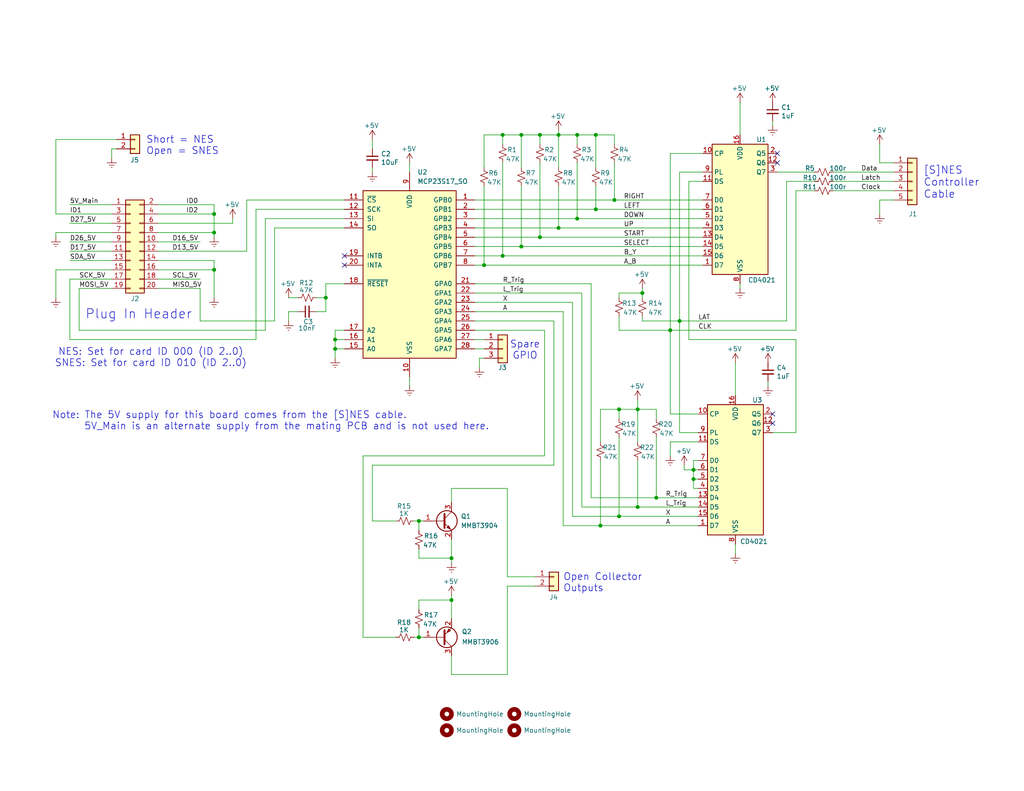
<source format=kicad_sch>
(kicad_sch (version 20250114) (generator "eeschema") (generator_version "9.0")
  (paper "A")
  (title_block (title "NES/SNES Control Interface") (date "2025-07-21") (rev "1") (company "Gadget Reboot") (comment 1 "https://www.youtube.com/gadgetreboot") (comment 2 "https://github.com/GadgetReboot/S_NES_Controller"))
  (lib_symbols
    (symbol "4xxx:4021"
      (property "Reference" "U" (at -5.08 19.05 0))
      (property "Value" "4021" (at 3.81 19.05 0))
      (symbol "4021_0_1"
        (rectangle (start -7.62 17.78) (end 7.62 -17.78) (stroke (width 0.254)) (fill (type background)))
      )
      (symbol "4021_1_1"
        (pin input line (at -10.16 15.24 0) (length 2.54) (name "CP") (number "10"))
        (pin input line (at -10.16 10.16 0) (length 2.54) (name "PL") (number "9"))
        (pin input line (at -10.16 7.62 0) (length 2.54) (name "DS") (number "11"))
        (pin input line (at -10.16 2.54 0) (length 2.54) (name "D0") (number "7"))
        (pin input line (at -10.16 0 0) (length 2.54) (name "D1") (number "6"))
        (pin input line (at -10.16 -2.54 0) (length 2.54) (name "D2") (number "5"))
        (pin input line (at -10.16 -5.08 0) (length 2.54) (name "D3") (number "4"))
        (pin input line (at -10.16 -7.62 0) (length 2.54) (name "D4") (number "13"))
        (pin input line (at -10.16 -10.16 0) (length 2.54) (name "D5") (number "14"))
        (pin input line (at -10.16 -12.7 0) (length 2.54) (name "D6") (number "15"))
        (pin input line (at -10.16 -15.24 0) (length 2.54) (name "D7") (number "1"))
        (pin power_in line (at 0 20.32 270) (length 2.54) (name "VDD") (number "16"))
        (pin power_in line (at 0 -20.32 90) (length 2.54) (name "VSS") (number "8"))
        (pin output line (at 10.16 15.24 180) (length 2.54) (name "Q5") (number "2"))
        (pin output line (at 10.16 12.7 180) (length 2.54) (name "Q6") (number "12"))
        (pin output line (at 10.16 10.16 180) (length 2.54) (name "Q7") (number "3"))
      )
    )
    (symbol "Connector_Generic:Conn_01x02" (pin_names (offset 1.016) (hide yes))
      (property "Reference" "J" (at 0 2.54 0))
      (property "Value" "Conn_01x02" (at 0 -5.08 0))
      (symbol "Conn_01x02_1_1"
        (rectangle (start -1.27 1.27) (end 1.27 -3.81) (stroke (width 0.254)) (fill (type background)))
        (rectangle (start -1.27 0.127) (end 0 -0.127) (stroke (width 0.1524)))
        (rectangle (start -1.27 -2.413) (end 0 -2.667) (stroke (width 0.1524)))
        (pin passive line (at -5.08 0 0) (length 3.81) (name "Pin_1") (number "1"))
        (pin passive line (at -5.08 -2.54 0) (length 3.81) (name "Pin_2") (number "2"))
      )
    )
    (symbol "Connector_Generic:Conn_01x03" (pin_names (offset 1.016) (hide yes))
      (property "Reference" "J" (at 0 5.08 0))
      (property "Value" "Conn_01x03" (at 0 -5.08 0))
      (symbol "Conn_01x03_1_1"
        (rectangle (start -1.27 3.81) (end 1.27 -3.81) (stroke (width 0.254)) (fill (type background)))
        (rectangle (start -1.27 2.667) (end 0 2.413) (stroke (width 0.1524)))
        (rectangle (start -1.27 0.127) (end 0 -0.127) (stroke (width 0.1524)))
        (rectangle (start -1.27 -2.413) (end 0 -2.667) (stroke (width 0.1524)))
        (pin passive line (at -5.08 2.54 0) (length 3.81) (name "Pin_1") (number "1"))
        (pin passive line (at -5.08 0 0) (length 3.81) (name "Pin_2") (number "2"))
        (pin passive line (at -5.08 -2.54 0) (length 3.81) (name "Pin_3") (number "3"))
      )
    )
    (symbol "Connector_Generic:Conn_01x05" (pin_names (offset 1.016) (hide yes))
      (property "Reference" "J" (at 0 7.62 0))
      (property "Value" "Conn_01x05" (at 0 -7.62 0))
      (symbol "Conn_01x05_1_1"
        (rectangle (start -1.27 6.35) (end 1.27 -6.35) (stroke (width 0.254)) (fill (type background)))
        (rectangle (start -1.27 5.207) (end 0 4.953) (stroke (width 0.1524)))
        (rectangle (start -1.27 2.667) (end 0 2.413) (stroke (width 0.1524)))
        (rectangle (start -1.27 0.127) (end 0 -0.127) (stroke (width 0.1524)))
        (rectangle (start -1.27 -2.413) (end 0 -2.667) (stroke (width 0.1524)))
        (rectangle (start -1.27 -4.953) (end 0 -5.207) (stroke (width 0.1524)))
        (pin passive line (at -5.08 5.08 0) (length 3.81) (name "Pin_1") (number "1"))
        (pin passive line (at -5.08 2.54 0) (length 3.81) (name "Pin_2") (number "2"))
        (pin passive line (at -5.08 0 0) (length 3.81) (name "Pin_3") (number "3"))
        (pin passive line (at -5.08 -2.54 0) (length 3.81) (name "Pin_4") (number "4"))
        (pin passive line (at -5.08 -5.08 0) (length 3.81) (name "Pin_5") (number "5"))
      )
    )
    (symbol "Connector_Generic:Conn_02x10_Odd_Even" (pin_names (offset 1.016) (hide yes))
      (property "Reference" "J" (at 1.27 12.7 0))
      (property "Value" "Conn_02x10_Odd_Even" (at 1.27 -15.24 0))
      (symbol "Conn_02x10_Odd_Even_1_1"
        (rectangle (start -1.27 11.43) (end 3.81 -13.97) (stroke (width 0.254)) (fill (type background)))
        (rectangle (start -1.27 10.287) (end 0 10.033) (stroke (width 0.1524)))
        (rectangle (start -1.27 7.747) (end 0 7.493) (stroke (width 0.1524)))
        (rectangle (start -1.27 5.207) (end 0 4.953) (stroke (width 0.1524)))
        (rectangle (start -1.27 2.667) (end 0 2.413) (stroke (width 0.1524)))
        (rectangle (start -1.27 0.127) (end 0 -0.127) (stroke (width 0.1524)))
        (rectangle (start -1.27 -2.413) (end 0 -2.667) (stroke (width 0.1524)))
        (rectangle (start -1.27 -4.953) (end 0 -5.207) (stroke (width 0.1524)))
        (rectangle (start -1.27 -7.493) (end 0 -7.747) (stroke (width 0.1524)))
        (rectangle (start -1.27 -10.033) (end 0 -10.287) (stroke (width 0.1524)))
        (rectangle (start -1.27 -12.573) (end 0 -12.827) (stroke (width 0.1524)))
        (rectangle (start 3.81 10.287) (end 2.54 10.033) (stroke (width 0.1524)))
        (rectangle (start 3.81 7.747) (end 2.54 7.493) (stroke (width 0.1524)))
        (rectangle (start 3.81 5.207) (end 2.54 4.953) (stroke (width 0.1524)))
        (rectangle (start 3.81 2.667) (end 2.54 2.413) (stroke (width 0.1524)))
        (rectangle (start 3.81 0.127) (end 2.54 -0.127) (stroke (width 0.1524)))
        (rectangle (start 3.81 -2.413) (end 2.54 -2.667) (stroke (width 0.1524)))
        (rectangle (start 3.81 -4.953) (end 2.54 -5.207) (stroke (width 0.1524)))
        (rectangle (start 3.81 -7.493) (end 2.54 -7.747) (stroke (width 0.1524)))
        (rectangle (start 3.81 -10.033) (end 2.54 -10.287) (stroke (width 0.1524)))
        (rectangle (start 3.81 -12.573) (end 2.54 -12.827) (stroke (width 0.1524)))
        (pin passive line (at -5.08 10.16 0) (length 3.81) (name "Pin_1") (number "1"))
        (pin passive line (at -5.08 7.62 0) (length 3.81) (name "Pin_3") (number "3"))
        (pin passive line (at -5.08 5.08 0) (length 3.81) (name "Pin_5") (number "5"))
        (pin passive line (at -5.08 2.54 0) (length 3.81) (name "Pin_7") (number "7"))
        (pin passive line (at -5.08 0 0) (length 3.81) (name "Pin_9") (number "9"))
        (pin passive line (at -5.08 -2.54 0) (length 3.81) (name "Pin_11") (number "11"))
        (pin passive line (at -5.08 -5.08 0) (length 3.81) (name "Pin_13") (number "13"))
        (pin passive line (at -5.08 -7.62 0) (length 3.81) (name "Pin_15") (number "15"))
        (pin passive line (at -5.08 -10.16 0) (length 3.81) (name "Pin_17") (number "17"))
        (pin passive line (at -5.08 -12.7 0) (length 3.81) (name "Pin_19") (number "19"))
        (pin passive line (at 7.62 10.16 180) (length 3.81) (name "Pin_2") (number "2"))
        (pin passive line (at 7.62 7.62 180) (length 3.81) (name "Pin_4") (number "4"))
        (pin passive line (at 7.62 5.08 180) (length 3.81) (name "Pin_6") (number "6"))
        (pin passive line (at 7.62 2.54 180) (length 3.81) (name "Pin_8") (number "8"))
        (pin passive line (at 7.62 0 180) (length 3.81) (name "Pin_10") (number "10"))
        (pin passive line (at 7.62 -2.54 180) (length 3.81) (name "Pin_12") (number "12"))
        (pin passive line (at 7.62 -5.08 180) (length 3.81) (name "Pin_14") (number "14"))
        (pin passive line (at 7.62 -7.62 180) (length 3.81) (name "Pin_16") (number "16"))
        (pin passive line (at 7.62 -10.16 180) (length 3.81) (name "Pin_18") (number "18"))
        (pin passive line (at 7.62 -12.7 180) (length 3.81) (name "Pin_20") (number "20"))
      )
    )
    (symbol "Device:C_Small" (pin_numbers (hide yes)) (pin_names (offset 0.254) (hide yes))
      (property "Reference" "C" (at 0.254 1.778 0))
      (property "Value" "C_Small" (at 0.254 -2.032 0))
      (symbol "C_Small_0_1"
        (polyline (pts (xy -1.524 0.508) (xy 1.524 0.508)) (stroke (width 0.3048)))
        (polyline (pts (xy -1.524 -0.508) (xy 1.524 -0.508)) (stroke (width 0.3302)))
      )
      (symbol "C_Small_1_1"
        (pin passive line (at 0 2.54 270) (length 2.032) (name "~") (number "1"))
        (pin passive line (at 0 -2.54 90) (length 2.032) (name "~") (number "2"))
      )
    )
    (symbol "Device:R_Small_US" (pin_numbers (hide yes)) (pin_names (offset 0.254) (hide yes))
      (property "Reference" "R" (at 0.762 0.508 0))
      (property "Value" "R_Small_US" (at 0.762 -1.016 0))
      (symbol "R_Small_US_1_1"
        (polyline (pts (xy 0 1.524) (xy 1.016 1.143) (xy 0 0.762) (xy -1.016 0.381) (xy 0 0)))
        (polyline (pts (xy 0 0) (xy 1.016 -0.381) (xy 0 -0.762) (xy -1.016 -1.143) (xy 0 -1.524)))
        (pin passive line (at 0 2.54 270) (length 1.016) (name "~") (number "1"))
        (pin passive line (at 0 -2.54 90) (length 1.016) (name "~") (number "2"))
      )
    )
    (symbol "GR_PT8211_Breakout-rescue:GNDREF-power" (power) (pin_names (offset 0))
      (property "Value" "power_GNDREF" (at 0 -3.81 0))
      (symbol "GNDREF-power_0_1"
        (polyline (pts (xy -0.635 -1.905) (xy 0.635 -1.905)))
        (polyline (pts (xy -0.127 -2.54) (xy 0.127 -2.54)))
        (polyline (pts (xy 0 -1.27) (xy 0 0)))
        (polyline (pts (xy 1.27 -1.27) (xy -1.27 -1.27)))
      )
      (symbol "GNDREF-power_1_1"
        (pin power_in line (at 0 0 270) (length 0) (hide yes) (name "GNDREF") (number "1"))
      )
    )
    (symbol "Interface_Expansion:MCP23S17_SO" (pin_names (offset 1.016))
      (property "Reference" "U" (at -11.43 24.13 0))
      (property "Value" "MCP23S17_SO" (at 0 0 0))
      (symbol "MCP23S17_SO_0_1"
        (rectangle (start -12.7 22.86) (end 12.7 -22.86) (stroke (width 0.254)) (fill (type background)))
      )
      (symbol "MCP23S17_SO_1_1"
        (pin input line (at -17.78 20.32 0) (length 5.08) (name "~{CS}") (number "11"))
        (pin input line (at -17.78 17.78 0) (length 5.08) (name "SCK") (number "12"))
        (pin input line (at -17.78 15.24 0) (length 5.08) (name "SI") (number "13"))
        (pin output line (at -17.78 12.7 0) (length 5.08) (name "SO") (number "14"))
        (pin tri_state line (at -17.78 5.08 0) (length 5.08) (name "INTB") (number "19"))
        (pin tri_state line (at -17.78 2.54 0) (length 5.08) (name "INTA") (number "20"))
        (pin input line (at -17.78 -2.54 0) (length 5.08) (name "~{RESET}") (number "18"))
        (pin input line (at -17.78 -15.24 0) (length 5.08) (name "A2") (number "17"))
        (pin input line (at -17.78 -17.78 0) (length 5.08) (name "A1") (number "16"))
        (pin input line (at -17.78 -20.32 0) (length 5.08) (name "A0") (number "15"))
        (pin power_in line (at 0 27.94 270) (length 5.08) (name "VDD") (number "9"))
        (pin power_in line (at 0 -27.94 90) (length 5.08) (name "VSS") (number "10"))
        (pin bidirectional line (at 17.78 20.32 180) (length 5.08) (name "GPB0") (number "1"))
        (pin bidirectional line (at 17.78 17.78 180) (length 5.08) (name "GPB1") (number "2"))
        (pin bidirectional line (at 17.78 15.24 180) (length 5.08) (name "GPB2") (number "3"))
        (pin bidirectional line (at 17.78 12.7 180) (length 5.08) (name "GPB3") (number "4"))
        (pin bidirectional line (at 17.78 10.16 180) (length 5.08) (name "GPB4") (number "5"))
        (pin bidirectional line (at 17.78 7.62 180) (length 5.08) (name "GPB5") (number "6"))
        (pin bidirectional line (at 17.78 5.08 180) (length 5.08) (name "GPB6") (number "7"))
        (pin bidirectional line (at 17.78 2.54 180) (length 5.08) (name "GPB7") (number "8"))
        (pin bidirectional line (at 17.78 -2.54 180) (length 5.08) (name "GPA0") (number "21"))
        (pin bidirectional line (at 17.78 -5.08 180) (length 5.08) (name "GPA1") (number "22"))
        (pin bidirectional line (at 17.78 -7.62 180) (length 5.08) (name "GPA2") (number "23"))
        (pin bidirectional line (at 17.78 -10.16 180) (length 5.08) (name "GPA3") (number "24"))
        (pin bidirectional line (at 17.78 -12.7 180) (length 5.08) (name "GPA4") (number "25"))
        (pin bidirectional line (at 17.78 -15.24 180) (length 5.08) (name "GPA5") (number "26"))
        (pin bidirectional line (at 17.78 -17.78 180) (length 5.08) (name "GPA6") (number "27"))
        (pin bidirectional line (at 17.78 -20.32 180) (length 5.08) (name "GPA7") (number "28"))
      )
    )
    (symbol "Mechanical:MountingHole" (pin_names (offset 1.016)) (exclude_from_sim yes) (in_bom no)
      (property "Reference" "H" (at 0 5.08 0))
      (property "Value" "MountingHole" (at 0 3.175 0))
      (symbol "MountingHole_0_1"
        (circle (center 0 0) (radius 1.27) (stroke (width 1.27)))
      )
    )
    (symbol "Transistor_BJT:MMBT3904" (pin_names (offset 0) (hide yes))
      (property "Reference" "Q" (at 5.08 1.905 0))
      (property "Value" "MMBT3904" (at 5.08 0 0))
      (symbol "MMBT3904_0_1"
        (polyline (pts (xy -2.54 0) (xy 0.635 0)))
        (polyline (pts (xy 0.635 1.905) (xy 0.635 -1.905)) (stroke (width 0.508)))
        (circle (center 1.27 0) (radius 2.8194) (stroke (width 0.254)))
      )
      (symbol "MMBT3904_1_1"
        (polyline (pts (xy 0.635 0.635) (xy 2.54 2.54)))
        (polyline (pts (xy 0.635 -0.635) (xy 2.54 -2.54)))
        (polyline (pts (xy 1.27 -1.778) (xy 1.778 -1.27) (xy 2.286 -2.286) (xy 1.27 -1.778)) (fill (type outline)))
        (pin input line (at -5.08 0 0) (length 2.54) (name "B") (number "1"))
        (pin passive line (at 2.54 5.08 270) (length 2.54) (name "C") (number "3"))
        (pin passive line (at 2.54 -5.08 90) (length 2.54) (name "E") (number "2"))
      )
    )
    (symbol "Transistor_BJT:MMBT3906" (pin_names (offset 0) (hide yes))
      (property "Reference" "Q" (at 5.08 1.905 0))
      (property "Value" "MMBT3906" (at 5.08 0 0))
      (symbol "MMBT3906_0_1"
        (polyline (pts (xy -2.54 0) (xy 0.635 0)))
        (polyline (pts (xy 0.635 1.905) (xy 0.635 -1.905)) (stroke (width 0.508)))
        (polyline (pts (xy 0.635 0.635) (xy 2.54 2.54)))
        (polyline (pts (xy 0.635 -0.635) (xy 2.54 -2.54)))
        (circle (center 1.27 0) (radius 2.8194) (stroke (width 0.254)))
        (polyline (pts (xy 2.286 -1.778) (xy 1.778 -2.286) (xy 1.27 -1.27) (xy 2.286 -1.778)) (fill (type outline)))
      )
      (symbol "MMBT3906_1_1"
        (pin input line (at -5.08 0 0) (length 2.54) (name "B") (number "1"))
        (pin passive line (at 2.54 5.08 270) (length 2.54) (name "C") (number "3"))
        (pin passive line (at 2.54 -5.08 90) (length 2.54) (name "E") (number "2"))
      )
    )
    (symbol "power:+5V" (power) (pin_numbers (hide yes)) (pin_names (offset 0) (hide yes))
      (property "Value" "+5V" (at 0 3.556 0))
      (symbol "+5V_0_1"
        (polyline (pts (xy -0.762 1.27) (xy 0 2.54)))
        (polyline (pts (xy 0 2.54) (xy 0.762 1.27)))
        (polyline (pts (xy 0 0) (xy 0 2.54)))
      )
      (symbol "+5V_1_1"
        (pin power_in line (at 0 0 90) (length 0) (name "~") (number "1"))
      )
    )
  )
  (text "Spare\nGPIO" (at 143.256 98.298 0) (effects (font (size 1.905 1.905)) (justify bottom)))
  (text "Open Collector\nOutputs" (at 153.67 161.798 0) (effects (font (size 1.905 1.905)) (justify left bottom)))
  (text "[S]NES\nController\nCable" (at 251.968 54.356 0) (effects (font (size 2.032 2.032)) (justify left bottom)))
  (text "NES: Set for card ID 000 (ID 2..0)\nSNES: Set for card ID 010 (ID 2..0)" (at 41.148 100.33 0) (effects (font (size 1.905 1.905)) (justify bottom)))
  (text "Short = NES\nOpen = SNES" (at 39.878 42.418 0) (effects (font (size 1.905 1.905)) (justify left bottom)))
  (text "Plug In Header" (at 37.846 87.376 0) (effects (font (size 2.54 2.54)) (justify bottom)))
  (text "Note: The 5V supply for this board comes from the [S]NES cable.\n      5V_Main is an alternate supply from the mating PCB and is not used here." (at 14.224 117.602 0) (effects (font (size 1.905 1.905)) (justify left bottom)))
  (junction (at 137.16 36.83))
  (junction (at 123.19 152.4))
  (junction (at 157.48 36.83))
  (junction (at 163.83 143.51))
  (junction (at 147.32 36.83))
  (junction (at 114.3 142.24))
  (junction (at 58.42 73.66))
  (junction (at 162.56 36.83))
  (junction (at 185.42 87.63))
  (junction (at 91.44 92.71))
  (junction (at 142.24 67.31))
  (junction (at 123.19 163.83))
  (junction (at 114.3 173.99))
  (junction (at 162.56 57.15))
  (junction (at 175.26 80.01))
  (junction (at 88.9 81.28))
  (junction (at 152.4 36.83))
  (junction (at 132.08 72.39))
  (junction (at 168.91 140.97))
  (junction (at 147.32 64.77))
  (junction (at 157.48 59.69))
  (junction (at 142.24 36.83))
  (junction (at 137.16 69.85))
  (junction (at 91.44 95.25))
  (junction (at 189.23 130.81))
  (junction (at 168.91 111.76))
  (junction (at 179.07 135.89))
  (junction (at 58.42 63.5))
  (junction (at 182.88 90.17))
  (junction (at 167.64 54.61))
  (junction (at 189.23 128.27))
  (junction (at 173.99 138.43))
  (junction (at 173.99 111.76))
  (junction (at 152.4 62.23))
  (junction (at 58.42 58.42))
  (no_connect (at 210.82 115.57))
  (no_connect (at 212.09 44.45))
  (no_connect (at 210.82 113.03))
  (no_connect (at 93.98 72.39))
  (no_connect (at 212.09 41.91))
  (no_connect (at 93.98 69.85))
  (wire (pts (xy 21.59 78.74) (xy 30.48 78.74)))
  (wire (pts (xy 227.33 49.53) (xy 243.84 49.53)))
  (wire (pts (xy 19.05 92.71) (xy 19.05 76.2)))
  (wire (pts (xy 123.19 147.32) (xy 123.19 152.4)))
  (wire (pts (xy 217.17 118.11) (xy 210.82 118.11)))
  (wire (pts (xy 162.56 50.8) (xy 162.56 57.15)))
  (wire (pts (xy 227.33 52.07) (xy 243.84 52.07)))
  (wire (pts (xy 222.25 52.07) (xy 217.17 52.07)))
  (wire (pts (xy 153.67 143.51) (xy 153.67 85.09)))
  (wire (pts (xy 67.31 54.61) (xy 67.31 68.58)))
  (wire (pts (xy 111.76 102.87) (xy 111.76 105.41)))
  (wire (pts (xy 227.33 46.99) (xy 243.84 46.99)))
  (wire (pts (xy 58.42 71.12) (xy 58.42 73.66)))
  (wire (pts (xy 19.05 71.12) (xy 30.48 71.12)))
  (wire (pts (xy 54.61 78.74) (xy 54.61 87.63)))
  (wire (pts (xy 217.17 92.71) (xy 217.17 118.11)))
  (wire (pts (xy 54.61 87.63) (xy 74.93 87.63)))
  (wire (pts (xy 157.48 44.45) (xy 157.48 59.69)))
  (wire (pts (xy 58.42 63.5) (xy 58.42 64.77)))
  (wire (pts (xy 148.59 124.46) (xy 99.06 124.46)))
  (wire (pts (xy 146.05 157.48) (xy 138.43 157.48)))
  (wire (pts (xy 129.54 57.15) (xy 162.56 57.15)))
  (wire (pts (xy 43.18 68.58) (xy 67.31 68.58)))
  (wire (pts (xy 152.4 62.23) (xy 129.54 62.23)))
  (wire (pts (xy 179.07 119.38) (xy 179.07 135.89)))
  (wire (pts (xy 130.81 97.79) (xy 130.81 100.33)))
  (wire (pts (xy 185.42 46.99) (xy 191.77 46.99)))
  (wire (pts (xy 201.93 77.47) (xy 201.93 78.74)))
  (wire (pts (xy 15.24 58.42) (xy 30.48 58.42)))
  (wire (pts (xy 138.43 160.02) (xy 138.43 184.15)))
  (wire (pts (xy 91.44 92.71) (xy 93.98 92.71)))
  (wire (pts (xy 182.88 120.65) (xy 182.88 124.46)))
  (wire (pts (xy 43.18 76.2) (xy 54.61 76.2)))
  (wire (pts (xy 91.44 95.25) (xy 91.44 97.79)))
  (wire (pts (xy 152.4 35.56) (xy 152.4 36.83)))
  (wire (pts (xy 19.05 68.58) (xy 30.48 68.58)))
  (wire (pts (xy 15.24 73.66) (xy 30.48 73.66)))
  (wire (pts (xy 179.07 135.89) (xy 190.5 135.89)))
  (wire (pts (xy 173.99 109.22) (xy 173.99 111.76)))
  (wire (pts (xy 91.44 90.17) (xy 91.44 92.71)))
  (wire (pts (xy 175.26 78.74) (xy 175.26 80.01)))
  (wire (pts (xy 137.16 69.85) (xy 129.54 69.85)))
  (wire (pts (xy 138.43 184.15) (xy 123.19 184.15)))
  (wire (pts (xy 137.16 44.45) (xy 137.16 69.85)))
  (wire (pts (xy 186.69 127) (xy 186.69 128.27)))
  (wire (pts (xy 214.63 49.53) (xy 214.63 87.63)))
  (wire (pts (xy 152.4 50.8) (xy 152.4 62.23)))
  (wire (pts (xy 132.08 95.25) (xy 129.54 95.25)))
  (wire (pts (xy 153.67 143.51) (xy 163.83 143.51)))
  (wire (pts (xy 132.08 92.71) (xy 129.54 92.71)))
  (wire (pts (xy 86.36 81.28) (xy 88.9 81.28)))
  (wire (pts (xy 182.88 90.17) (xy 182.88 113.03)))
  (wire (pts (xy 123.19 163.83) (xy 114.3 163.83)))
  (wire (pts (xy 147.32 44.45) (xy 147.32 64.77)))
  (wire (pts (xy 168.91 111.76) (xy 168.91 114.3)))
  (wire (pts (xy 168.91 111.76) (xy 173.99 111.76)))
  (wire (pts (xy 114.3 163.83) (xy 114.3 166.37)))
  (wire (pts (xy 217.17 52.07) (xy 217.17 90.17)))
  (wire (pts (xy 129.54 80.01) (xy 158.75 80.01)))
  (wire (pts (xy 157.48 39.37) (xy 157.48 36.83)))
  (wire (pts (xy 99.06 124.46) (xy 99.06 173.99)))
  (wire (pts (xy 129.54 72.39) (xy 132.08 72.39)))
  (wire (pts (xy 152.4 62.23) (xy 191.77 62.23)))
  (wire (pts (xy 185.42 87.63) (xy 185.42 118.11)))
  (wire (pts (xy 43.18 63.5) (xy 58.42 63.5)))
  (wire (pts (xy 201.93 27.94) (xy 201.93 36.83)))
  (wire (pts (xy 156.21 82.55) (xy 156.21 140.97)))
  (wire (pts (xy 137.16 69.85) (xy 191.77 69.85)))
  (wire (pts (xy 168.91 81.28) (xy 168.91 80.01)))
  (wire (pts (xy 151.13 87.63) (xy 151.13 127)))
  (wire (pts (xy 123.19 168.91) (xy 123.19 163.83)))
  (wire (pts (xy 163.83 143.51) (xy 190.5 143.51)))
  (wire (pts (xy 19.05 55.88) (xy 30.48 55.88)))
  (wire (pts (xy 81.28 85.09) (xy 78.74 85.09)))
  (wire (pts (xy 123.19 152.4) (xy 123.19 153.67)))
  (wire (pts (xy 74.93 62.23) (xy 93.98 62.23)))
  (wire (pts (xy 129.54 82.55) (xy 156.21 82.55)))
  (wire (pts (xy 132.08 72.39) (xy 191.77 72.39)))
  (wire (pts (xy 179.07 111.76) (xy 179.07 114.3)))
  (wire (pts (xy 114.3 173.99) (xy 115.57 173.99)))
  (wire (pts (xy 168.91 86.36) (xy 168.91 90.17)))
  (wire (pts (xy 78.74 81.28) (xy 81.28 81.28)))
  (wire (pts (xy 146.05 160.02) (xy 138.43 160.02)))
  (wire (pts (xy 173.99 138.43) (xy 190.5 138.43)))
  (wire (pts (xy 147.32 36.83) (xy 152.4 36.83)))
  (wire (pts (xy 182.88 41.91) (xy 191.77 41.91)))
  (wire (pts (xy 99.06 173.99) (xy 107.95 173.99)))
  (wire (pts (xy 217.17 90.17) (xy 182.88 90.17)))
  (wire (pts (xy 175.26 87.63) (xy 185.42 87.63)))
  (wire (pts (xy 191.77 49.53) (xy 187.96 49.53)))
  (wire (pts (xy 30.48 40.64) (xy 31.75 40.64)))
  (wire (pts (xy 189.23 130.81) (xy 189.23 133.35)))
  (wire (pts (xy 132.08 97.79) (xy 130.81 97.79)))
  (wire (pts (xy 243.84 54.61) (xy 240.03 54.61)))
  (wire (pts (xy 86.36 85.09) (xy 88.9 85.09)))
  (wire (pts (xy 21.59 90.17) (xy 21.59 78.74)))
  (wire (pts (xy 114.3 152.4) (xy 123.19 152.4)))
  (wire (pts (xy 167.64 36.83) (xy 162.56 36.83)))
  (wire (pts (xy 78.74 85.09) (xy 78.74 87.63)))
  (wire (pts (xy 91.44 95.25) (xy 93.98 95.25)))
  (wire (pts (xy 209.55 105.41) (xy 209.55 104.14)))
  (wire (pts (xy 113.03 173.99) (xy 114.3 173.99)))
  (wire (pts (xy 163.83 111.76) (xy 168.91 111.76)))
  (wire (pts (xy 158.75 138.43) (xy 173.99 138.43)))
  (wire (pts (xy 137.16 36.83) (xy 137.16 39.37)))
  (wire (pts (xy 210.82 34.29) (xy 210.82 33.02)))
  (wire (pts (xy 142.24 50.8) (xy 142.24 67.31)))
  (wire (pts (xy 123.19 133.35) (xy 123.19 137.16)))
  (wire (pts (xy 101.6 46.99) (xy 101.6 45.72)))
  (wire (pts (xy 189.23 130.81) (xy 190.5 130.81)))
  (wire (pts (xy 74.93 87.63) (xy 74.93 62.23)))
  (wire (pts (xy 163.83 125.73) (xy 163.83 143.51)))
  (wire (pts (xy 157.48 36.83) (xy 152.4 36.83)))
  (wire (pts (xy 173.99 125.73) (xy 173.99 138.43)))
  (wire (pts (xy 175.26 80.01) (xy 175.26 81.28)))
  (wire (pts (xy 114.3 142.24) (xy 115.57 142.24)))
  (wire (pts (xy 15.24 63.5) (xy 15.24 64.77)))
  (wire (pts (xy 114.3 171.45) (xy 114.3 173.99)))
  (wire (pts (xy 240.03 39.37) (xy 240.03 44.45)))
  (wire (pts (xy 142.24 36.83) (xy 147.32 36.83)))
  (wire (pts (xy 91.44 92.71) (xy 91.44 95.25)))
  (wire (pts (xy 182.88 120.65) (xy 190.5 120.65)))
  (wire (pts (xy 129.54 85.09) (xy 153.67 85.09)))
  (wire (pts (xy 142.24 67.31) (xy 191.77 67.31)))
  (wire (pts (xy 148.59 90.17) (xy 148.59 124.46)))
  (wire (pts (xy 19.05 76.2) (xy 30.48 76.2)))
  (wire (pts (xy 123.19 184.15) (xy 123.19 179.07)))
  (wire (pts (xy 222.25 49.53) (xy 214.63 49.53)))
  (wire (pts (xy 182.88 41.91) (xy 182.88 90.17)))
  (wire (pts (xy 189.23 125.73) (xy 189.23 128.27)))
  (wire (pts (xy 186.69 128.27) (xy 189.23 128.27)))
  (wire (pts (xy 167.64 44.45) (xy 167.64 54.61)))
  (wire (pts (xy 15.24 38.1) (xy 15.24 58.42)))
  (wire (pts (xy 129.54 54.61) (xy 167.64 54.61)))
  (wire (pts (xy 93.98 59.69) (xy 72.39 59.69)))
  (wire (pts (xy 187.96 49.53) (xy 187.96 92.71)))
  (wire (pts (xy 163.83 120.65) (xy 163.83 111.76)))
  (wire (pts (xy 132.08 36.83) (xy 137.16 36.83)))
  (wire (pts (xy 147.32 64.77) (xy 129.54 64.77)))
  (wire (pts (xy 151.13 127) (xy 101.6 127)))
  (wire (pts (xy 190.5 125.73) (xy 189.23 125.73)))
  (wire (pts (xy 129.54 90.17) (xy 148.59 90.17)))
  (wire (pts (xy 162.56 57.15) (xy 191.77 57.15)))
  (wire (pts (xy 167.64 39.37) (xy 167.64 36.83)))
  (wire (pts (xy 72.39 90.17) (xy 21.59 90.17)))
  (wire (pts (xy 88.9 77.47) (xy 93.98 77.47)))
  (wire (pts (xy 138.43 157.48) (xy 138.43 133.35)))
  (wire (pts (xy 31.75 38.1) (xy 15.24 38.1)))
  (wire (pts (xy 156.21 140.97) (xy 168.91 140.97)))
  (wire (pts (xy 161.29 77.47) (xy 161.29 135.89)))
  (wire (pts (xy 43.18 55.88) (xy 58.42 55.88)))
  (wire (pts (xy 114.3 149.86) (xy 114.3 152.4)))
  (wire (pts (xy 200.66 148.59) (xy 200.66 151.13)))
  (wire (pts (xy 93.98 90.17) (xy 91.44 90.17)))
  (wire (pts (xy 101.6 38.1) (xy 101.6 40.64)))
  (wire (pts (xy 142.24 67.31) (xy 129.54 67.31)))
  (wire (pts (xy 189.23 128.27) (xy 189.23 130.81)))
  (wire (pts (xy 15.24 73.66) (xy 15.24 81.28)))
  (wire (pts (xy 93.98 57.15) (xy 69.85 57.15)))
  (wire (pts (xy 43.18 60.96) (xy 63.5 60.96)))
  (wire (pts (xy 158.75 138.43) (xy 158.75 80.01)))
  (wire (pts (xy 182.88 113.03) (xy 190.5 113.03)))
  (wire (pts (xy 101.6 127) (xy 101.6 142.24)))
  (wire (pts (xy 69.85 57.15) (xy 69.85 92.71)))
  (wire (pts (xy 43.18 71.12) (xy 58.42 71.12)))
  (wire (pts (xy 189.23 133.35) (xy 190.5 133.35)))
  (wire (pts (xy 187.96 92.71) (xy 217.17 92.71)))
  (wire (pts (xy 212.09 46.99) (xy 222.25 46.99)))
  (wire (pts (xy 88.9 81.28) (xy 88.9 77.47)))
  (wire (pts (xy 175.26 86.36) (xy 175.26 87.63)))
  (wire (pts (xy 111.76 44.45) (xy 111.76 46.99)))
  (wire (pts (xy 167.64 54.61) (xy 191.77 54.61)))
  (wire (pts (xy 43.18 78.74) (xy 54.61 78.74)))
  (wire (pts (xy 88.9 85.09) (xy 88.9 81.28)))
  (wire (pts (xy 30.48 43.18) (xy 30.48 40.64)))
  (wire (pts (xy 19.05 60.96) (xy 30.48 60.96)))
  (wire (pts (xy 162.56 45.72) (xy 162.56 36.83)))
  (wire (pts (xy 58.42 81.28) (xy 58.42 73.66)))
  (wire (pts (xy 43.18 58.42) (xy 58.42 58.42)))
  (wire (pts (xy 173.99 111.76) (xy 179.07 111.76)))
  (wire (pts (xy 93.98 54.61) (xy 67.31 54.61)))
  (wire (pts (xy 129.54 87.63) (xy 151.13 87.63)))
  (wire (pts (xy 101.6 142.24) (xy 107.95 142.24)))
  (wire (pts (xy 147.32 36.83) (xy 147.32 39.37)))
  (wire (pts (xy 19.05 66.04) (xy 30.48 66.04)))
  (wire (pts (xy 152.4 36.83) (xy 152.4 45.72)))
  (wire (pts (xy 168.91 80.01) (xy 175.26 80.01)))
  (wire (pts (xy 123.19 162.56) (xy 123.19 163.83)))
  (wire (pts (xy 243.84 44.45) (xy 240.03 44.45)))
  (wire (pts (xy 43.18 66.04) (xy 54.61 66.04)))
  (wire (pts (xy 161.29 135.89) (xy 179.07 135.89)))
  (wire (pts (xy 173.99 111.76) (xy 173.99 120.65)))
  (wire (pts (xy 157.48 59.69) (xy 191.77 59.69)))
  (wire (pts (xy 43.18 73.66) (xy 58.42 73.66)))
  (wire (pts (xy 147.32 64.77) (xy 191.77 64.77)))
  (wire (pts (xy 185.42 46.99) (xy 185.42 87.63)))
  (wire (pts (xy 162.56 36.83) (xy 157.48 36.83)))
  (wire (pts (xy 168.91 140.97) (xy 190.5 140.97)))
  (wire (pts (xy 137.16 36.83) (xy 142.24 36.83)))
  (wire (pts (xy 168.91 119.38) (xy 168.91 140.97)))
  (wire (pts (xy 214.63 87.63) (xy 185.42 87.63)))
  (wire (pts (xy 185.42 118.11) (xy 190.5 118.11)))
  (wire (pts (xy 114.3 142.24) (xy 114.3 144.78)))
  (wire (pts (xy 132.08 50.8) (xy 132.08 72.39)))
  (wire (pts (xy 200.66 99.06) (xy 200.66 107.95)))
  (wire (pts (xy 129.54 77.47) (xy 161.29 77.47)))
  (wire (pts (xy 157.48 59.69) (xy 129.54 59.69)))
  (wire (pts (xy 58.42 58.42) (xy 58.42 63.5)))
  (wire (pts (xy 113.03 142.24) (xy 114.3 142.24)))
  (wire (pts (xy 168.91 90.17) (xy 182.88 90.17)))
  (wire (pts (xy 138.43 133.35) (xy 123.19 133.35)))
  (wire (pts (xy 69.85 92.71) (xy 19.05 92.71)))
  (wire (pts (xy 63.5 60.96) (xy 63.5 59.69)))
  (wire (pts (xy 15.24 63.5) (xy 30.48 63.5)))
  (wire (pts (xy 72.39 59.69) (xy 72.39 90.17)))
  (wire (pts (xy 58.42 55.88) (xy 58.42 58.42)))
  (wire (pts (xy 132.08 45.72) (xy 132.08 36.83)))
  (wire (pts (xy 189.23 128.27) (xy 190.5 128.27)))
  (wire (pts (xy 240.03 54.61) (xy 240.03 58.42)))
  (wire (pts (xy 142.24 36.83) (xy 142.24 45.72)))
  (label "5V_Main" (at 19.05 55.88 0))
  (label "MOSI_5V" (at 21.59 78.74 0))
  (label "DOWN" (at 170.18 59.69 0))
  (label "ID1" (at 19.05 58.42 0))
  (label "CLK" (at 190.5 90.17 0))
  (label "START" (at 170.18 64.77 0))
  (label "LAT" (at 190.5 87.63 0))
  (label "Data" (at 234.95 46.99 0))
  (label "Clock" (at 234.95 52.07 0))
  (label "A" (at 181.61 143.51 0))
  (label "SCK_5V" (at 21.59 76.2 0))
  (label "R_Trig" (at 181.61 135.89 0))
  (label "SDA_5V" (at 19.05 71.12 0))
  (label "D16_5V" (at 46.99 66.04 0))
  (label "SELECT" (at 170.18 67.31 0))
  (label "X" (at 137.16 82.55 0))
  (label "SCL_5V" (at 46.99 76.2 0))
  (label "MISO_5V" (at 46.99 78.74 0))
  (label "A_B" (at 170.18 72.39 0))
  (label "L_Trig" (at 137.16 80.01 0))
  (label "D13_5V" (at 46.99 68.58 0))
  (label "L_Trig" (at 181.61 138.43 0))
  (label "UP" (at 170.18 62.23 0))
  (label "A" (at 137.16 85.09 0))
  (label "RIGHT" (at 170.18 54.61 0))
  (label "D17_5V" (at 19.05 68.58 0))
  (label "Latch" (at 234.95 49.53 0))
  (label "ID2" (at 50.8 58.42 0))
  (label "R_Trig" (at 137.16 77.47 0))
  (label "X" (at 181.61 140.97 0))
  (label "ID0" (at 50.8 55.88 0))
  (label "LEFT" (at 170.18 57.15 0))
  (label "B_Y" (at 170.18 69.85 0))
  (label "D27_5V" (at 19.05 60.96 0))
  (label "D26_5V" (at 19.05 66.04 0))
  (symbol (lib_id "Mechanical:MountingHole") (at 140.335 194.945 0) (unit 1)
    (property "Reference" "H2" (effects (hide yes)))
    (property "Value" "MountingHole" (at 142.875 194.945 0) (effects (justify left)))
    (property "Footprint" "MountingHole:MountingHole_3.5mm" (effects (hide yes)))
  )
  (symbol (lib_id "Mechanical:MountingHole") (at 140.335 199.39 0) (unit 1)
    (property "Reference" "H4" (effects (hide yes)))
    (property "Value" "MountingHole" (at 142.875 199.39 0) (effects (justify left)))
    (property "Footprint" "MountingHole:MountingHole_3.5mm" (effects (hide yes)))
  )
  (symbol (lib_id "Mechanical:MountingHole") (at 121.92 194.945 0) (unit 1)
    (property "Reference" "H1" (effects (hide yes)))
    (property "Value" "MountingHole" (at 124.46 194.945 0) (effects (justify left)))
    (property "Footprint" "MountingHole:MountingHole_3.5mm" (effects (hide yes)))
  )
  (symbol (lib_id "Mechanical:MountingHole") (at 121.92 199.39 0) (unit 1)
    (property "Reference" "H3" (effects (hide yes)))
    (property "Value" "MountingHole" (at 124.46 199.39 0) (effects (justify left)))
    (property "Footprint" "MountingHole:MountingHole_3.5mm" (effects (hide yes)))
  )
  (symbol (lib_id "power:+5V") (at 240.03 39.37 0) (unit 1)
    (property "Reference" "#PWR06" (effects (hide yes)))
    (property "Value" "+5V" (at 239.776 35.56 0))
    (property "Description" "Power symbol creates a global label with name \"+5V\"" (effects (hide yes)))
  )
  (symbol (lib_id "power:+5V") (at 210.82 27.94 0) (unit 1)
    (property "Reference" "#PWR02" (effects (hide yes)))
    (property "Value" "+5V" (at 210.566 24.13 0))
    (property "Description" "Power symbol creates a global label with name \"+5V\"" (effects (hide yes)))
  )
  (symbol (lib_id "Device:R_Small_US") (at 224.79 52.07 90) (unit 1)
    (property "Reference" "R11" (at 220.98 51.054 90))
    (property "Value" "100r" (at 228.6 51.054 90))
    (property "Footprint" "Resistor_SMD:R_0805_2012Metric_Pad1.20x1.40mm_HandSolder" (effects (hide yes)))
  )
  (symbol (lib_id "Device:R_Small_US") (at 157.48 41.91 0) (unit 1)
    (property "Reference" "R3" (at 160.02 40.894 0))
    (property "Value" "47K" (at 160.274 43.434 0))
    (property "Footprint" "Resistor_SMD:R_0805_2012Metric_Pad1.20x1.40mm_HandSolder" (effects (hide yes)))
  )
  (symbol (lib_id "power:+5V") (at 186.69 127 0) (unit 1)
    (property "Reference" "#PWR027" (effects (hide yes)))
    (property "Value" "+5V" (at 186.436 123.19 0))
    (property "Description" "Power symbol creates a global label with name \"+5V\"" (effects (hide yes)))
  )
  (symbol (lib_id "Device:C_Small") (at 209.55 101.6 0) (unit 1)
    (property "Reference" "C4" (at 211.8868 100.4316 0) (effects (justify left)))
    (property "Value" "1uF" (at 211.8868 102.743 0) (effects (justify left)))
    (property "Footprint" "Capacitor_SMD:C_0805_2012Metric_Pad1.18x1.45mm_HandSolder" (effects (hide yes)))
  )
  (symbol (lib_id "Device:R_Small_US") (at 163.83 123.19 0) (unit 1)
    (property "Reference" "R21" (at 166.37 122.174 0))
    (property "Value" "47K" (at 166.624 124.714 0))
    (property "Footprint" "Resistor_SMD:R_0805_2012Metric_Pad1.20x1.40mm_HandSolder" (effects (hide yes)))
  )
  (symbol (lib_id "Device:R_Small_US") (at 179.07 116.84 0) (unit 1)
    (property "Reference" "R20" (at 181.61 115.824 0))
    (property "Value" "47K" (at 181.864 118.364 0))
    (property "Footprint" "Resistor_SMD:R_0805_2012Metric_Pad1.20x1.40mm_HandSolder" (effects (hide yes)))
  )
  (symbol (lib_id "GR_PT8211_Breakout-rescue:GNDREF-power") (at 130.81 100.33 0) (unit 1)
    (property "Reference" "#PWR023" (effects (hide yes)))
    (property "Value" "GNDREF" (effects (hide yes)))
  )
  (symbol (lib_id "GR_PT8211_Breakout-rescue:GNDREF-power") (at 209.55 105.41 0) (unit 1)
    (property "Reference" "#PWR025" (effects (hide yes)))
    (property "Value" "GNDREF" (effects (hide yes)))
  )
  (symbol (lib_id "GR_PT8211_Breakout-rescue:GNDREF-power") (at 200.66 151.13 0) (unit 1)
    (property "Reference" "#PWR028" (effects (hide yes)))
    (property "Value" "GNDREF" (effects (hide yes)))
  )
  (symbol (lib_id "Device:R_Small_US") (at 110.49 173.99 90) (unit 1)
    (property "Reference" "R18" (at 110.236 169.926 90))
    (property "Value" "1K" (at 110.236 171.958 90))
    (property "Footprint" "Resistor_SMD:R_0805_2012Metric_Pad1.20x1.40mm_HandSolder" (effects (hide yes)))
  )
  (symbol (lib_id "GR_PT8211_Breakout-rescue:GNDREF-power") (at 123.19 153.67 0) (unit 1)
    (property "Reference" "#PWR029" (effects (hide yes)))
    (property "Value" "GNDREF" (effects (hide yes)))
  )
  (symbol (lib_id "Device:C_Small") (at 210.82 30.48 0) (unit 1)
    (property "Reference" "C1" (at 213.1568 29.3116 0) (effects (justify left)))
    (property "Value" "1uF" (at 213.1568 31.623 0) (effects (justify left)))
    (property "Footprint" "Capacitor_SMD:C_0805_2012Metric_Pad1.18x1.45mm_HandSolder" (effects (hide yes)))
  )
  (symbol (lib_id "power:+5V") (at 201.93 27.94 0) (unit 1)
    (property "Reference" "#PWR01" (effects (hide yes)))
    (property "Value" "+5V" (at 201.676 24.13 0))
    (property "Description" "Power symbol creates a global label with name \"+5V\"" (effects (hide yes)))
  )
  (symbol (lib_id "Device:R_Small_US") (at 114.3 168.91 0) (unit 1)
    (property "Reference" "R17" (at 117.602 167.894 0))
    (property "Value" "47K" (at 117.348 170.434 0))
    (property "Footprint" "Resistor_SMD:R_0805_2012Metric_Pad1.20x1.40mm_HandSolder" (effects (hide yes)))
  )
  (symbol (lib_id "Device:C_Small") (at 101.6 43.18 0) (unit 1)
    (property "Reference" "C2" (at 103.9368 42.0116 0) (effects (justify left)))
    (property "Value" "10uF" (at 103.9368 44.323 0) (effects (justify left)))
    (property "Footprint" "Capacitor_SMD:C_0805_2012Metric_Pad1.18x1.45mm_HandSolder" (effects (hide yes)))
  )
  (symbol (lib_id "power:+5V") (at 175.26 78.74 0) (unit 1)
    (property "Reference" "#PWR014" (effects (hide yes)))
    (property "Value" "+5V" (at 175.006 74.93 0))
    (property "Description" "Power symbol creates a global label with name \"+5V\"" (effects (hide yes)))
  )
  (symbol (lib_id "Device:R_Small_US") (at 224.79 46.99 90) (unit 1)
    (property "Reference" "R5" (at 220.98 45.974 90))
    (property "Value" "100r" (at 228.6 45.974 90))
    (property "Footprint" "Resistor_SMD:R_0805_2012Metric_Pad1.20x1.40mm_HandSolder" (effects (hide yes)))
  )
  (symbol (lib_id "Device:R_Small_US") (at 168.91 116.84 0) (unit 1)
    (property "Reference" "R19" (at 171.45 115.824 0))
    (property "Value" "47K" (at 171.704 118.364 0))
    (property "Footprint" "Resistor_SMD:R_0805_2012Metric_Pad1.20x1.40mm_HandSolder" (effects (hide yes)))
  )
  (symbol (lib_id "4xxx:4021") (at 201.93 57.15 0) (unit 1)
    (property "Reference" "U1" (at 206.3593 38.1 0) (effects (justify left)))
    (property "Value" "CD4021" (at 204.0733 76.454 0) (effects (justify left)))
    (property "Footprint" "Package_SO:SOIC-16_3.9x9.9mm_P1.27mm" (effects (hide yes)))
    (property "Datasheet" "https://assets.nexperia.com/documents/data-sheet/HEF4021B.pdf" (effects (hide yes)))
    (property "Description" "Shift Register, 8 bits PISO CMOS" (effects (hide yes)))
    (property "mouser#" "595-CD4021BM96" (effects (hide yes)))
    (property "Manufacturer" "Texas Instruments" (effects (hide yes)))
    (property "Mfg Part #" "CD4021BM96" (effects (hide yes)))
    (property "Package" "SOIC-Narrow-16" (effects (hide yes)))
    (property "Manufacturer" "Texas Instruments" (effects (hide yes)))
    (property "Manufacturer_Part_Number" "CD4021BM96" (effects (hide yes)))
    (property "Part" "8-bit Static Shift Register" (effects (hide yes)))
    (property "Voltage" "5V" (effects (hide yes)))
  )
  (symbol (lib_id "power:+5V") (at 123.19 162.56 0) (unit 1)
    (property "Reference" "#PWR030" (effects (hide yes)))
    (property "Value" "+5V" (at 122.936 158.75 0))
    (property "Description" "Power symbol creates a global label with name \"+5V\"" (effects (hide yes)))
  )
  (symbol (lib_id "Transistor_BJT:MMBT3904") (at 120.65 142.24 0) (unit 1)
    (property "Reference" "Q1" (at 125.73 140.9699 0) (effects (justify left)))
    (property "Value" "MMBT3904" (at 125.73 143.5099 0) (effects (justify left)))
    (property "Footprint" "Package_TO_SOT_SMD:SOT-23" (effects (hide yes)))
    (property "Datasheet" "https://www.onsemi.com/pdf/datasheet/pzt3904-d.pdf" (effects (hide yes)))
    (property "Description" "0.2A Ic, 40V Vce, Small Signal NPN Transistor, SOT-23" (effects (hide yes)))
  )
  (symbol (lib_id "power:+5V") (at 63.5 59.69 0) (unit 1)
    (property "Reference" "#PWR011" (effects (hide yes)))
    (property "Value" "+5V" (at 63.246 55.88 0))
    (property "Description" "Power symbol creates a global label with name \"+5V\"" (effects (hide yes)))
  )
  (symbol (lib_id "Connector_Generic:Conn_01x03") (at 137.16 95.25 0) (unit 1)
    (property "Reference" "J3" (at 135.89 100.3299 0) (effects (justify left)))
    (property "Value" "Conn_01x03" (effects (hide yes)))
    (property "Footprint" "Connector_PinHeader_2.54mm:PinHeader_1x03_P2.54mm_Vertical" (effects (hide yes)))
    (property "Description" "Generic connector, single row, 01x03, script generated (kicad-library-utils/schlib/autogen/connector/)" (effects (hide yes)))
  )
  (symbol (lib_id "Transistor_BJT:MMBT3906") (at 120.65 173.99 0) (mirror x) (unit 1)
    (property "Reference" "Q2" (at 125.984 172.4661 0) (effects (justify left)))
    (property "Value" "MMBT3906" (at 125.984 175.2601 0) (effects (justify left)))
    (property "Footprint" "Package_TO_SOT_SMD:SOT-23" (effects (hide yes)))
    (property "Datasheet" "https://www.onsemi.com/pdf/datasheet/pzt3906-d.pdf" (effects (hide yes)))
    (property "Description" "-0.2A Ic, -40V Vce, Small Signal PNP Transistor, SOT-23" (effects (hide yes)))
  )
  (symbol (lib_id "Device:R_Small_US") (at 83.82 81.28 90) (unit 1)
    (property "Reference" "R12" (at 83.566 77.216 90))
    (property "Value" "47K" (at 83.566 79.248 90))
    (property "Footprint" "Resistor_SMD:R_0805_2012Metric_Pad1.20x1.40mm_HandSolder" (effects (hide yes)))
  )
  (symbol (lib_id "Device:R_Small_US") (at 142.24 48.26 0) (unit 1)
    (property "Reference" "R7" (at 144.78 47.244 0))
    (property "Value" "47K" (at 145.034 49.784 0))
    (property "Footprint" "Resistor_SMD:R_0805_2012Metric_Pad1.20x1.40mm_HandSolder" (effects (hide yes)))
  )
  (symbol (lib_id "GR_PT8211_Breakout-rescue:GNDREF-power") (at 15.24 81.28 0) (unit 1)
    (property "Reference" "#PWR016" (effects (hide yes)))
    (property "Value" "GNDREF" (effects (hide yes)))
  )
  (symbol (lib_id "GR_PT8211_Breakout-rescue:GNDREF-power") (at 58.42 64.77 0) (unit 1)
    (property "Reference" "#PWR013" (effects (hide yes)))
    (property "Value" "GNDREF" (effects (hide yes)))
  )
  (symbol (lib_id "power:+5V") (at 173.99 109.22 0) (unit 1)
    (property "Reference" "#PWR031" (effects (hide yes)))
    (property "Value" "+5V" (at 173.736 105.41 0))
    (property "Description" "Power symbol creates a global label with name \"+5V\"" (effects (hide yes)))
  )
  (symbol (lib_id "Connector_Generic:Conn_01x02") (at 151.13 157.48 0) (unit 1)
    (property "Reference" "J4" (at 149.86 163.0679 0) (effects (justify left)))
    (property "Value" "Conn_01x02" (effects (hide yes)))
    (property "Footprint" "Connector_PinHeader_2.54mm:PinHeader_1x02_P2.54mm_Vertical" (effects (hide yes)))
    (property "Description" "Generic connector, single row, 01x02, script generated (kicad-library-utils/schlib/autogen/connector/)" (effects (hide yes)))
  )
  (symbol (lib_id "power:+5V") (at 209.55 99.06 0) (unit 1)
    (property "Reference" "#PWR022" (effects (hide yes)))
    (property "Value" "+5V" (at 209.296 95.25 0))
    (property "Description" "Power symbol creates a global label with name \"+5V\"" (effects (hide yes)))
  )
  (symbol (lib_id "GR_PT8211_Breakout-rescue:GNDREF-power") (at 210.82 34.29 0) (unit 1)
    (property "Reference" "#PWR03" (effects (hide yes)))
    (property "Value" "GNDREF" (effects (hide yes)))
  )
  (symbol (lib_id "Device:R_Small_US") (at 147.32 41.91 0) (unit 1)
    (property "Reference" "R2" (at 149.86 40.894 0))
    (property "Value" "47K" (at 150.114 43.434 0))
    (property "Footprint" "Resistor_SMD:R_0805_2012Metric_Pad1.20x1.40mm_HandSolder" (effects (hide yes)))
  )
  (symbol (lib_id "Device:R_Small_US") (at 224.79 49.53 90) (unit 1)
    (property "Reference" "R10" (at 220.98 48.514 90))
    (property "Value" "100r" (at 228.6 48.514 90))
    (property "Footprint" "Resistor_SMD:R_0805_2012Metric_Pad1.20x1.40mm_HandSolder" (effects (hide yes)))
  )
  (symbol (lib_id "Device:C_Small") (at 83.82 85.09 90) (unit 1)
    (property "Reference" "C3" (at 85.4456 87.8332 90) (effects (justify left)))
    (property "Value" "10nF" (at 86.233 89.6112 90) (effects (justify left)))
    (property "Footprint" "Capacitor_SMD:C_0805_2012Metric_Pad1.18x1.45mm_HandSolder" (effects (hide yes)))
  )
  (symbol (lib_id "power:+5V") (at 111.76 44.45 0) (unit 1)
    (property "Reference" "#PWR07" (effects (hide yes)))
    (property "Value" "+5V" (at 111.506 40.64 0))
    (property "Description" "Power symbol creates a global label with name \"+5V\"" (effects (hide yes)))
  )
  (symbol (lib_id "GR_PT8211_Breakout-rescue:GNDREF-power") (at 91.44 97.79 0) (unit 1)
    (property "Reference" "#PWR020" (effects (hide yes)))
    (property "Value" "GNDREF" (effects (hide yes)))
  )
  (symbol (lib_id "Device:R_Small_US") (at 110.49 142.24 90) (unit 1)
    (property "Reference" "R15" (at 110.236 138.176 90))
    (property "Value" "1K" (at 110.236 140.208 90))
    (property "Footprint" "Resistor_SMD:R_0805_2012Metric_Pad1.20x1.40mm_HandSolder" (effects (hide yes)))
  )
  (symbol (lib_id "Device:R_Small_US") (at 168.91 83.82 0) (unit 1)
    (property "Reference" "R13" (at 171.704 82.804 0))
    (property "Value" "47K" (at 171.958 85.344 0))
    (property "Footprint" "Resistor_SMD:R_0805_2012Metric_Pad1.20x1.40mm_HandSolder" (effects (hide yes)))
  )
  (symbol (lib_id "Device:R_Small_US") (at 152.4 48.26 0) (unit 1)
    (property "Reference" "R8" (at 154.94 47.244 0))
    (property "Value" "47K" (at 155.194 49.784 0))
    (property "Footprint" "Resistor_SMD:R_0805_2012Metric_Pad1.20x1.40mm_HandSolder" (effects (hide yes)))
  )
  (symbol (lib_id "Connector_Generic:Conn_02x10_Odd_Even") (at 35.56 66.04 0) (unit 1)
    (property "Reference" "J2" (at 36.83 81.534 0))
    (property "Value" "Conn_02x10_Odd_Even" (effects (hide yes)))
    (property "Footprint" "Connector_PinHeader_2.54mm:PinHeader_2x10_P2.54mm_Horizontal" (effects (hide yes)))
    (property "Description" "Generic connector, double row, 02x10, odd/even pin numbering scheme (row 1 odd numbers, row 2 even numbers), script generated (kicad-library-utils/schlib/autogen/connector/)" (effects (hide yes)))
  )
  (symbol (lib_id "GR_PT8211_Breakout-rescue:GNDREF-power") (at 201.93 78.74 0) (unit 1)
    (property "Reference" "#PWR015" (effects (hide yes)))
    (property "Value" "GNDREF" (effects (hide yes)))
  )
  (symbol (lib_id "power:+5V") (at 78.74 81.28 0) (unit 1)
    (property "Reference" "#PWR018" (effects (hide yes)))
    (property "Value" "+5V" (at 78.486 77.47 0))
    (property "Description" "Power symbol creates a global label with name \"+5V\"" (effects (hide yes)))
  )
  (symbol (lib_id "4xxx:4021") (at 200.66 128.27 0) (unit 1)
    (property "Reference" "U3" (at 205.232 109.22 0) (effects (justify left)))
    (property "Value" "CD4021" (at 201.9174 147.828 0) (effects (justify left)))
    (property "Footprint" "Package_SO:SOIC-16_3.9x9.9mm_P1.27mm" (effects (hide yes)))
    (property "Datasheet" "https://assets.nexperia.com/documents/data-sheet/HEF4021B.pdf" (effects (hide yes)))
    (property "Description" "Shift Register, 8 bits PISO CMOS" (effects (hide yes)))
    (property "mouser#" "595-CD4021BM96" (effects (hide yes)))
    (property "Manufacturer" "Texas Instruments" (effects (hide yes)))
    (property "Mfg Part #" "CD4021BM96" (effects (hide yes)))
    (property "Package" "SOIC-Narrow-16" (effects (hide yes)))
    (property "Manufacturer" "Texas Instruments" (effects (hide yes)))
    (property "Manufacturer_Part_Number" "CD4021BM96" (effects (hide yes)))
    (property "Part" "8-bit Static Shift Register" (effects (hide yes)))
    (property "Voltage" "5V" (effects (hide yes)))
  )
  (symbol (lib_id "GR_PT8211_Breakout-rescue:GNDREF-power") (at 101.6 46.99 0) (unit 1)
    (property "Reference" "#PWR08" (effects (hide yes)))
    (property "Value" "GNDREF" (effects (hide yes)))
  )
  (symbol (lib_id "GR_PT8211_Breakout-rescue:GNDREF-power") (at 111.76 105.41 0) (unit 1)
    (property "Reference" "#PWR024" (effects (hide yes)))
    (property "Value" "GNDREF" (effects (hide yes)))
  )
  (symbol (lib_id "Device:R_Small_US") (at 114.3 147.32 0) (unit 1)
    (property "Reference" "R16" (at 117.602 146.304 0))
    (property "Value" "47K" (at 117.348 148.844 0))
    (property "Footprint" "Resistor_SMD:R_0805_2012Metric_Pad1.20x1.40mm_HandSolder" (effects (hide yes)))
  )
  (symbol (lib_id "Device:R_Small_US") (at 173.99 123.19 0) (unit 1)
    (property "Reference" "R22" (at 176.53 122.174 0))
    (property "Value" "47K" (at 176.784 124.714 0))
    (property "Footprint" "Resistor_SMD:R_0805_2012Metric_Pad1.20x1.40mm_HandSolder" (effects (hide yes)))
  )
  (symbol (lib_id "Connector_Generic:Conn_01x05") (at 248.92 49.53 0) (unit 1)
    (property "Reference" "J1" (at 247.904 58.4199 0) (effects (justify left)))
    (property "Value" "Conn_01x05" (effects (hide yes)))
    (property "Footprint" "Connector_JST:JST_XH_S5B-XH-A_1x05_P2.50mm_Horizontal" (effects (hide yes)))
    (property "Description" "Generic connector, single row, 01x05, script generated (kicad-library-utils/schlib/autogen/connector/)" (effects (hide yes)))
  )
  (symbol (lib_id "GR_PT8211_Breakout-rescue:GNDREF-power") (at 78.74 87.63 0) (unit 1)
    (property "Reference" "#PWR019" (effects (hide yes)))
    (property "Value" "GNDREF" (effects (hide yes)))
  )
  (symbol (lib_id "GR_PT8211_Breakout-rescue:GNDREF-power") (at 182.88 124.46 0) (unit 1)
    (property "Reference" "#PWR026" (effects (hide yes)))
    (property "Value" "GNDREF" (effects (hide yes)))
  )
  (symbol (lib_id "Connector_Generic:Conn_01x02") (at 36.83 38.1 0) (unit 1)
    (property "Reference" "J5" (at 35.56 43.6879 0) (effects (justify left)))
    (property "Value" "Conn_01x02" (effects (hide yes)))
    (property "Footprint" "Connector_PinHeader_2.54mm:PinHeader_1x02_P2.54mm_Vertical" (effects (hide yes)))
    (property "Description" "Generic connector, single row, 01x02, script generated (kicad-library-utils/schlib/autogen/connector/)" (effects (hide yes)))
  )
  (symbol (lib_id "Interface_Expansion:MCP23S17_SO") (at 111.76 74.93 0) (unit 1)
    (property "Reference" "U2" (at 113.9033 46.99 0) (effects (justify left)))
    (property "Value" "MCP23S17_SO" (at 113.9033 49.53 0) (effects (justify left)))
    (property "Footprint" "Package_SO:SOIC-28W_7.5x17.9mm_P1.27mm" (effects (hide yes)))
    (property "Datasheet" "http://ww1.microchip.com/downloads/en/DeviceDoc/20001952C.pdf" (effects (hide yes)))
    (property "Description" "16-bit I/O expander, SPI, interrupts, w pull-ups, SOIC-28" (effects (hide yes)))
  )
  (symbol (lib_id "Device:R_Small_US") (at 175.26 83.82 0) (unit 1)
    (property "Reference" "R14" (at 178.816 82.804 0))
    (property "Value" "47K" (at 178.816 85.344 0))
    (property "Footprint" "Resistor_SMD:R_0805_2012Metric_Pad1.20x1.40mm_HandSolder" (effects (hide yes)))
  )
  (symbol (lib_id "Device:R_Small_US") (at 162.56 48.26 0) (unit 1)
    (property "Reference" "R9" (at 165.1 47.244 0))
    (property "Value" "47K" (at 165.354 49.784 0))
    (property "Footprint" "Resistor_SMD:R_0805_2012Metric_Pad1.20x1.40mm_HandSolder" (effects (hide yes)))
  )
  (symbol (lib_id "power:+5V") (at 200.66 99.06 0) (unit 1)
    (property "Reference" "#PWR021" (effects (hide yes)))
    (property "Value" "+5V" (at 200.406 95.25 0))
    (property "Description" "Power symbol creates a global label with name \"+5V\"" (effects (hide yes)))
  )
  (symbol (lib_id "GR_PT8211_Breakout-rescue:GNDREF-power") (at 30.48 43.18 0) (unit 1)
    (property "Reference" "#PWR010" (effects (hide yes)))
    (property "Value" "GNDREF" (effects (hide yes)))
  )
  (symbol (lib_id "Device:R_Small_US") (at 137.16 41.91 0) (unit 1)
    (property "Reference" "R1" (at 139.7 40.894 0))
    (property "Value" "47K" (at 139.954 43.434 0))
    (property "Footprint" "Resistor_SMD:R_0805_2012Metric_Pad1.20x1.40mm_HandSolder" (effects (hide yes)))
  )
  (symbol (lib_id "Device:R_Small_US") (at 132.08 48.26 0) (unit 1)
    (property "Reference" "R6" (at 134.62 47.244 0))
    (property "Value" "47K" (at 134.874 49.784 0))
    (property "Footprint" "Resistor_SMD:R_0805_2012Metric_Pad1.20x1.40mm_HandSolder" (effects (hide yes)))
  )
  (symbol (lib_id "GR_PT8211_Breakout-rescue:GNDREF-power") (at 15.24 64.77 0) (unit 1)
    (property "Reference" "#PWR012" (effects (hide yes)))
    (property "Value" "GNDREF" (effects (hide yes)))
  )
  (symbol (lib_id "power:+5V") (at 152.4 35.56 0) (unit 1)
    (property "Reference" "#PWR04" (effects (hide yes)))
    (property "Value" "+5V" (at 152.146 31.75 0))
    (property "Description" "Power symbol creates a global label with name \"+5V\"" (effects (hide yes)))
  )
  (symbol (lib_id "power:+5V") (at 101.6 38.1 0) (unit 1)
    (property "Reference" "#PWR05" (effects (hide yes)))
    (property "Value" "+5V" (at 101.346 34.29 0))
    (property "Description" "Power symbol creates a global label with name \"+5V\"" (effects (hide yes)))
  )
  (symbol (lib_id "GR_PT8211_Breakout-rescue:GNDREF-power") (at 240.03 58.42 0) (unit 1)
    (property "Reference" "#PWR09" (effects (hide yes)))
    (property "Value" "GNDREF" (effects (hide yes)))
  )
  (symbol (lib_id "GR_PT8211_Breakout-rescue:GNDREF-power") (at 58.42 81.28 0) (unit 1)
    (property "Reference" "#PWR017" (effects (hide yes)))
    (property "Value" "GNDREF" (effects (hide yes)))
  )
  (symbol (lib_id "Device:R_Small_US") (at 167.64 41.91 0) (unit 1)
    (property "Reference" "R4" (at 170.18 40.894 0))
    (property "Value" "47K" (at 170.434 43.434 0))
    (property "Footprint" "Resistor_SMD:R_0805_2012Metric_Pad1.20x1.40mm_HandSolder" (effects (hide yes)))
  )
)
</source>
